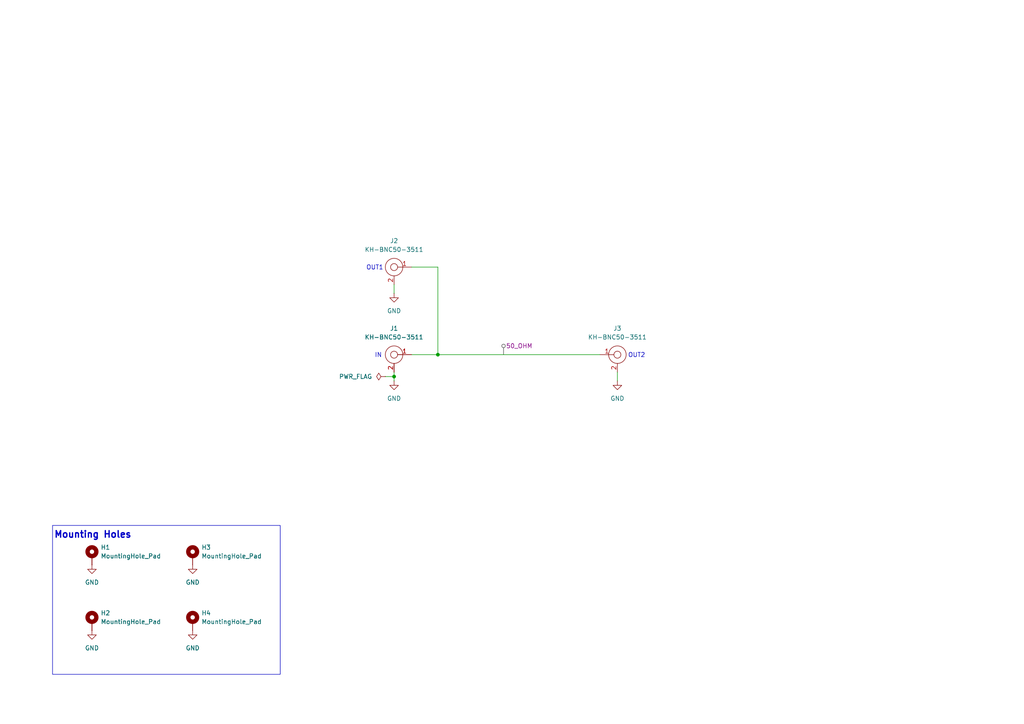
<source format=kicad_sch>
(kicad_sch (version 20250114) (generator "eeschema") (generator_version "9.0")
  (paper "A4")
  (title_block (title "PCB Transmission Line") (date "2025-08-08") (rev "1") (company "MarquezTronics") (comment 1 "CERN-OHL-P-2.0 license"))
  (lib_symbols
    (symbol "Marqueztronics:KH-BNC50-3511" (pin_names (hide yes))
      (property "Reference" "J" (at 0 0 0))
      (property "Value" "KH-BNC50-3511" (at 0 0 0))
      (symbol "KH-BNC50-3511_0_1"
        (circle (center 0 5.08) (radius 2.54))
      )
      (symbol "KH-BNC50-3511_1_1"
        (circle (center 0 5.08) (radius 1.016))
        (pin passive line (at 0 0 90) (length 2.54) (name "2") (number "2"))
        (pin passive line (at 5.08 5.08 180) (length 4.064) (name "1") (number "1"))
      )
    )
    (symbol "Mechanical:MountingHole_Pad" (pin_numbers (hide yes)) (pin_names (offset 1.016) (hide yes)) (in_bom no)
      (property "Reference" "H" (at 0 6.35 0))
      (property "Value" "MountingHole_Pad" (at 0 4.445 0))
      (symbol "MountingHole_Pad_0_1"
        (circle (center 0 1.27) (radius 1.27) (stroke (width 1.27)))
      )
      (symbol "MountingHole_Pad_1_1"
        (pin input line (at 0 -2.54 90) (length 2.54) (name "1") (number "1"))
      )
    )
    (symbol "power:GND" (power) (pin_numbers (hide yes)) (pin_names (offset 0) (hide yes))
      (property "Value" "GND" (at 0 -3.81 0))
      (symbol "GND_0_1"
        (polyline (pts (xy 0 0) (xy 0 -1.27) (xy 1.27 -1.27) (xy 0 -2.54) (xy -1.27 -1.27) (xy 0 -1.27)))
      )
      (symbol "GND_1_1"
        (pin power_in line (at 0 0 270) (length 0) (name "~") (number "1"))
      )
    )
    (symbol "power:PWR_FLAG" (power) (pin_numbers (hide yes)) (pin_names (offset 0) (hide yes))
      (property "Value" "PWR_FLAG" (at 0 3.81 0))
      (symbol "PWR_FLAG_0_0"
        (pin power_out line (at 0 0 90) (length 0) (name "~") (number "1"))
      )
      (symbol "PWR_FLAG_0_1"
        (polyline (pts (xy 0 0) (xy 0 1.27) (xy -1.016 1.905) (xy 0 2.54) (xy 1.016 1.905) (xy 0 1.27)))
      )
    )
  )
  (rectangle (start 15.24 152.4) (end 81.28 195.58))
  (text "IN" (at 109.728 103.124 0) (effects (font (size 1.27 1.27))))
  (text "Mounting Holes" (at 26.924 155.194 0) (effects (font (size 1.905 1.905) (thickness 0.381) (bold yes))))
  (text "OUT1" (at 108.712 77.724 0) (effects (font (size 1.27 1.27))))
  (text "OUT2" (at 184.658 103.124 0) (effects (font (size 1.27 1.27))))
  (junction (at 114.3 109.22))
  (junction (at 127 102.87))
  (wire (pts (xy 114.3 85.09) (xy 114.3 82.55)))
  (wire (pts (xy 111.76 109.22) (xy 114.3 109.22)))
  (wire (pts (xy 119.38 77.47) (xy 127 77.47)))
  (wire (pts (xy 127 77.47) (xy 127 102.87)))
  (wire (pts (xy 179.07 110.49) (xy 179.07 107.95)))
  (wire (pts (xy 119.38 102.87) (xy 127 102.87)))
  (wire (pts (xy 114.3 109.22) (xy 114.3 107.95)))
  (wire (pts (xy 127 102.87) (xy 173.99 102.87)))
  (wire (pts (xy 114.3 110.49) (xy 114.3 109.22)))
  (netclass_flag "" (length 2.54) (shape round) (at 146.05 102.87 0) (property "Netclass" "50_OHM" (at 146.7485 100.33 0) (effects (justify left))))
  (symbol (lib_id "power:PWR_FLAG") (at 111.76 109.22 90) (unit 1)
    (property "Reference" "#FLG01" (effects (hide yes)))
    (property "Value" "PWR_FLAG" (at 107.95 109.2199 90) (effects (justify left)))
    (property "Description" "Special symbol for telling ERC where power comes from" (effects (hide yes)))
  )
  (symbol (lib_id "power:GND") (at 114.3 85.09 0) (unit 1)
    (property "Reference" "#PWR0101" (effects (hide yes)))
    (property "Value" "GND" (at 114.3 90.17 0))
    (property "Description" "Power symbol creates a global label with name \"GND\" , ground" (effects (hide yes)))
  )
  (symbol (lib_id "Mechanical:MountingHole_Pad") (at 55.88 161.29 0) (unit 1) (in_bom no)
    (property "Reference" "H3" (at 58.42 158.7499 0) (effects (justify left)))
    (property "Value" "MountingHole_Pad" (at 58.42 161.2899 0) (effects (justify left)))
    (property "Footprint" "MountingHole:MountingHole_3.2mm_M3_Pad" (effects (hide yes)))
    (property "Description" "Mounting Hole with connection" (effects (hide yes)))
  )
  (symbol (lib_id "Marqueztronics:KH-BNC50-3511") (at 179.07 107.95 0) (mirror y) (unit 1)
    (property "Reference" "J3" (at 179.07 95.25 0))
    (property "Value" "KH-BNC50-3511" (at 179.07 97.79 0))
    (property "Footprint" "Marqueztronics:CONN_BNC_THT_RA_KH-BNC50-3511" (effects (hide yes)))
    (property "Datasheet" "https://www.lcsc.com/datasheet/C2837587.pdf" (effects (hide yes)))
    (property "Description" "1 Inner Bore BNC Board Side Elbow 3GHz -55℃~+155℃ 50Ω 9.5mm Through Hole Coaxial Connectors (RF) ROHS" (effects (hide yes)))
    (property "Manufacturer" "Kinghelm" (effects (hide yes)))
    (property "Manufacturer Part Number" "KH-BNC50-3511" (effects (hide yes)))
    (property "Supplier" "LCSC" (effects (hide yes)))
    (property "Supplier Part Number" "C2837587" (effects (hide yes)))
  )
  (symbol (lib_id "power:GND") (at 55.88 163.83 0) (unit 1)
    (property "Reference" "#PWR04" (effects (hide yes)))
    (property "Value" "GND" (at 55.88 168.91 0))
    (property "Description" "Power symbol creates a global label with name \"GND\" , ground" (effects (hide yes)))
  )
  (symbol (lib_id "Mechanical:MountingHole_Pad") (at 55.88 180.34 0) (unit 1) (in_bom no)
    (property "Reference" "H4" (at 58.42 177.7999 0) (effects (justify left)))
    (property "Value" "MountingHole_Pad" (at 58.42 180.3399 0) (effects (justify left)))
    (property "Footprint" "MountingHole:MountingHole_3.2mm_M3_Pad" (effects (hide yes)))
    (property "Description" "Mounting Hole with connection" (effects (hide yes)))
  )
  (symbol (lib_id "Marqueztronics:KH-BNC50-3511") (at 114.3 82.55 0) (unit 1)
    (property "Reference" "J2" (at 114.3 69.85 0))
    (property "Value" "KH-BNC50-3511" (at 114.3 72.39 0))
    (property "Footprint" "Marqueztronics:CONN_BNC_THT_RA_KH-BNC50-3511" (effects (hide yes)))
    (property "Datasheet" "https://www.lcsc.com/datasheet/C2837587.pdf" (effects (hide yes)))
    (property "Description" "1 Inner Bore BNC Board Side Elbow 3GHz -55℃~+155℃ 50Ω 9.5mm Through Hole Coaxial Connectors (RF) ROHS" (effects (hide yes)))
    (property "Manufacturer" "Kinghelm" (effects (hide yes)))
    (property "Manufacturer Part Number" "KH-BNC50-3511" (effects (hide yes)))
    (property "Supplier" "LCSC" (effects (hide yes)))
    (property "Supplier Part Number" "C2837587" (effects (hide yes)))
  )
  (symbol (lib_id "power:GND") (at 179.07 110.49 0) (unit 1)
    (property "Reference" "#PWR0102" (effects (hide yes)))
    (property "Value" "GND" (at 179.07 115.57 0))
    (property "Description" "Power symbol creates a global label with name \"GND\" , ground" (effects (hide yes)))
  )
  (symbol (lib_id "Mechanical:MountingHole_Pad") (at 26.67 180.34 0) (unit 1) (in_bom no)
    (property "Reference" "H2" (at 29.21 177.7999 0) (effects (justify left)))
    (property "Value" "MountingHole_Pad" (at 29.21 180.3399 0) (effects (justify left)))
    (property "Footprint" "MountingHole:MountingHole_3.2mm_M3_Pad" (effects (hide yes)))
    (property "Description" "Mounting Hole with connection" (effects (hide yes)))
  )
  (symbol (lib_id "power:GND") (at 55.88 182.88 0) (unit 1)
    (property "Reference" "#PWR05" (effects (hide yes)))
    (property "Value" "GND" (at 55.88 187.96 0))
    (property "Description" "Power symbol creates a global label with name \"GND\" , ground" (effects (hide yes)))
  )
  (symbol (lib_id "power:GND") (at 26.67 182.88 0) (unit 1)
    (property "Reference" "#PWR02" (effects (hide yes)))
    (property "Value" "GND" (at 26.67 187.96 0))
    (property "Description" "Power symbol creates a global label with name \"GND\" , ground" (effects (hide yes)))
  )
  (symbol (lib_id "power:GND") (at 114.3 110.49 0) (unit 1)
    (property "Reference" "#PWR01" (effects (hide yes)))
    (property "Value" "GND" (at 114.3 115.57 0))
    (property "Description" "Power symbol creates a global label with name \"GND\" , ground" (effects (hide yes)))
  )
  (symbol (lib_id "power:GND") (at 26.67 163.83 0) (unit 1)
    (property "Reference" "#PWR03" (effects (hide yes)))
    (property "Value" "GND" (at 26.67 168.91 0))
    (property "Description" "Power symbol creates a global label with name \"GND\" , ground" (effects (hide yes)))
  )
  (symbol (lib_id "Marqueztronics:KH-BNC50-3511") (at 114.3 107.95 0) (unit 1)
    (property "Reference" "J1" (at 114.3 95.25 0))
    (property "Value" "KH-BNC50-3511" (at 114.3 97.79 0))
    (property "Footprint" "Marqueztronics:CONN_BNC_THT_RA_KH-BNC50-3511" (effects (hide yes)))
    (property "Datasheet" "https://www.lcsc.com/datasheet/C2837587.pdf" (effects (hide yes)))
    (property "Description" "1 Inner Bore BNC Board Side Elbow 3GHz -55℃~+155℃ 50Ω 9.5mm Through Hole Coaxial Connectors (RF) ROHS" (effects (hide yes)))
    (property "Manufacturer" "Kinghelm" (effects (hide yes)))
    (property "Manufacturer Part Number" "KH-BNC50-3511" (effects (hide yes)))
    (property "Supplier" "LCSC" (effects (hide yes)))
    (property "Supplier Part Number" "C2837587" (effects (hide yes)))
  )
  (symbol (lib_id "Mechanical:MountingHole_Pad") (at 26.67 161.29 0) (unit 1) (in_bom no)
    (property "Reference" "H1" (at 29.21 158.7499 0) (effects (justify left)))
    (property "Value" "MountingHole_Pad" (at 29.21 161.2899 0) (effects (justify left)))
    (property "Footprint" "MountingHole:MountingHole_3.2mm_M3_Pad" (effects (hide yes)))
    (property "Description" "Mounting Hole with connection" (effects (hide yes)))
  )
)
</source>
